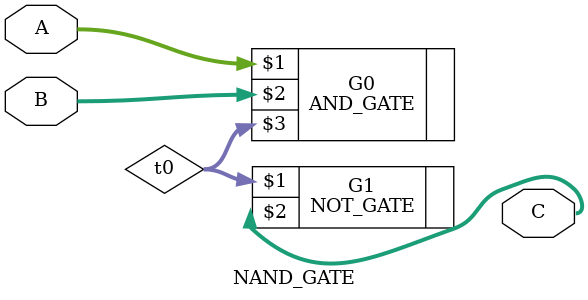
<source format=v>

module NAND_GATE #(
    parameter N = 8
)
(
    A,B, C
);

input [N-1:0] A,B;
output [N-1:0] C;

wire [N-1:0] t0; 

AND_GATE #(.N(N)) G0 (A,B,t0);
NOT_GATE #(.N(N)) G1 (t0,C);


    
endmodule
</source>
